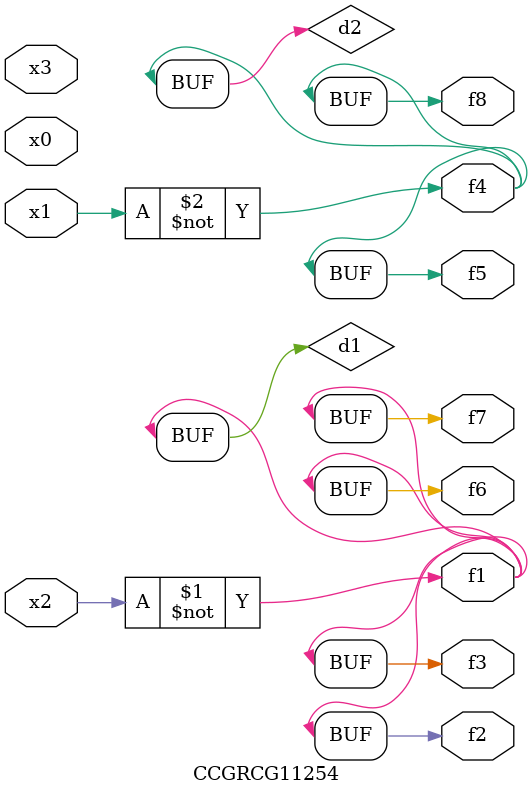
<source format=v>
module CCGRCG11254(
	input x0, x1, x2, x3,
	output f1, f2, f3, f4, f5, f6, f7, f8
);

	wire d1, d2;

	xnor (d1, x2);
	not (d2, x1);
	assign f1 = d1;
	assign f2 = d1;
	assign f3 = d1;
	assign f4 = d2;
	assign f5 = d2;
	assign f6 = d1;
	assign f7 = d1;
	assign f8 = d2;
endmodule

</source>
